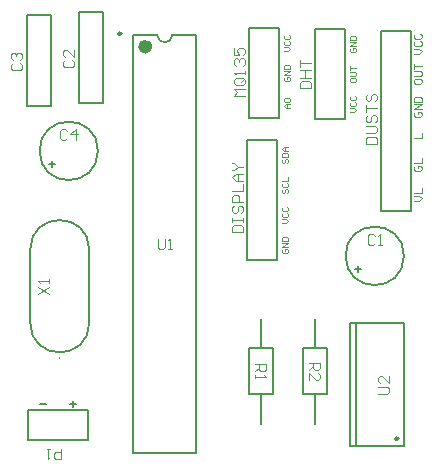
<source format=gbr>
G04*
G04 #@! TF.GenerationSoftware,Altium Limited,Altium Designer,22.4.2 (48)*
G04*
G04 Layer_Color=8388736*
%FSLAX25Y25*%
%MOIN*%
G70*
G04*
G04 #@! TF.SameCoordinates,58CDF047-041F-4824-80A0-4C5186096447*
G04*
G04*
G04 #@! TF.FilePolarity,Positive*
G04*
G01*
G75*
%ADD10C,0.00394*%
%ADD11C,0.00787*%
%ADD12C,0.00984*%
%ADD13C,0.02362*%
D10*
X123500Y378221D02*
G03*
X123500Y378614I0J197D01*
G01*
D02*
G03*
X123500Y378221I0J-197D01*
G01*
X116229Y399926D02*
X119771Y402287D01*
X116229D02*
X119771Y399926D01*
Y403468D02*
Y404649D01*
Y404059D01*
X116229D01*
X116819Y403468D01*
X181064Y420394D02*
X184606D01*
Y422165D01*
X184016Y422755D01*
X181655D01*
X181064Y422165D01*
Y420394D01*
Y423936D02*
Y425117D01*
Y424526D01*
X184606D01*
Y423936D01*
Y425117D01*
X181655Y429249D02*
X181064Y428659D01*
Y427478D01*
X181655Y426888D01*
X182245D01*
X182835Y427478D01*
Y428659D01*
X183426Y429249D01*
X184016D01*
X184606Y428659D01*
Y427478D01*
X184016Y426888D01*
X184606Y430430D02*
X181064D01*
Y432201D01*
X181655Y432791D01*
X182835D01*
X183426Y432201D01*
Y430430D01*
X181064Y433972D02*
X184606D01*
Y436333D01*
Y437514D02*
X182245D01*
X181064Y438695D01*
X182245Y439876D01*
X184606D01*
X182835D01*
Y437514D01*
X181064Y441056D02*
X181655D01*
X182835Y442237D01*
X181655Y443418D01*
X181064D01*
X182835Y442237D02*
X184606D01*
X197940Y414727D02*
X197607Y414393D01*
Y413727D01*
X197940Y413394D01*
X199273D01*
X199606Y413727D01*
Y414393D01*
X199273Y414727D01*
X198607D01*
Y414060D01*
X199606Y415393D02*
X197607D01*
X199606Y416726D01*
X197607D01*
Y417392D02*
X199606D01*
Y418392D01*
X199273Y418725D01*
X197940D01*
X197607Y418392D01*
Y417392D01*
Y423394D02*
X198940D01*
X199606Y424060D01*
X198940Y424727D01*
X197607D01*
X197940Y426726D02*
X197607Y426393D01*
Y425726D01*
X197940Y425393D01*
X199273D01*
X199606Y425726D01*
Y426393D01*
X199273Y426726D01*
X197940Y428725D02*
X197607Y428392D01*
Y427726D01*
X197940Y427392D01*
X199273D01*
X199606Y427726D01*
Y428392D01*
X199273Y428725D01*
X197940Y434727D02*
X197607Y434393D01*
Y433727D01*
X197940Y433394D01*
X198273D01*
X198607Y433727D01*
Y434393D01*
X198940Y434727D01*
X199273D01*
X199606Y434393D01*
Y433727D01*
X199273Y433394D01*
X197940Y436726D02*
X197607Y436393D01*
Y435726D01*
X197940Y435393D01*
X199273D01*
X199606Y435726D01*
Y436393D01*
X199273Y436726D01*
X197607Y437392D02*
X199606D01*
Y438725D01*
X197940Y444727D02*
X197607Y444393D01*
Y443727D01*
X197940Y443394D01*
X198273D01*
X198607Y443727D01*
Y444393D01*
X198940Y444727D01*
X199273D01*
X199606Y444393D01*
Y443727D01*
X199273Y443394D01*
X197607Y445393D02*
X199606D01*
Y446393D01*
X199273Y446726D01*
X197940D01*
X197607Y446393D01*
Y445393D01*
X199606Y447392D02*
X198273D01*
X197607Y448059D01*
X198273Y448725D01*
X199606D01*
X198607D01*
Y447392D01*
X229729Y366548D02*
X232681D01*
X233271Y367139D01*
Y368319D01*
X232681Y368910D01*
X229729D01*
X233271Y372452D02*
Y370090D01*
X230910Y372452D01*
X230319D01*
X229729Y371861D01*
Y370681D01*
X230319Y370090D01*
X123861Y348271D02*
Y344729D01*
X122090D01*
X121500Y345319D01*
Y346500D01*
X122090Y347090D01*
X123861D01*
X120319Y348271D02*
X119139D01*
X119729D01*
Y344729D01*
X120319Y345319D01*
X198107Y480894D02*
X199440D01*
X200106Y481560D01*
X199440Y482227D01*
X198107D01*
X198440Y484226D02*
X198107Y483893D01*
Y483226D01*
X198440Y482893D01*
X199773D01*
X200106Y483226D01*
Y483893D01*
X199773Y484226D01*
X198440Y486225D02*
X198107Y485892D01*
Y485226D01*
X198440Y484892D01*
X199773D01*
X200106Y485226D01*
Y485892D01*
X199773Y486225D01*
X198440Y472227D02*
X198107Y471893D01*
Y471227D01*
X198440Y470894D01*
X199773D01*
X200106Y471227D01*
Y471893D01*
X199773Y472227D01*
X199107D01*
Y471560D01*
X200106Y472893D02*
X198107D01*
X200106Y474226D01*
X198107D01*
Y474892D02*
X200106D01*
Y475892D01*
X199773Y476225D01*
X198440D01*
X198107Y475892D01*
Y474892D01*
X200106Y461894D02*
X198773D01*
X198107Y462560D01*
X198773Y463227D01*
X200106D01*
X199107D01*
Y461894D01*
X198440Y463893D02*
X198107Y464226D01*
Y464893D01*
X198440Y465226D01*
X199773D01*
X200106Y464893D01*
Y464226D01*
X199773Y463893D01*
X198440D01*
X185106Y465894D02*
X181564D01*
X182745Y467074D01*
X181564Y468255D01*
X185106D01*
X184516Y471797D02*
X182155D01*
X181564Y471207D01*
Y470026D01*
X182155Y469436D01*
X184516D01*
X185106Y470026D01*
Y471207D01*
X183926Y470617D02*
X185106Y471797D01*
Y471207D02*
X184516Y471797D01*
X185106Y472978D02*
Y474159D01*
Y473568D01*
X181564D01*
X182155Y472978D01*
Y475930D02*
X181564Y476520D01*
Y477701D01*
X182155Y478291D01*
X182745D01*
X183335Y477701D01*
Y477110D01*
Y477701D01*
X183926Y478291D01*
X184516D01*
X185106Y477701D01*
Y476520D01*
X184516Y475930D01*
X181564Y481833D02*
Y479472D01*
X183335D01*
X182745Y480653D01*
Y481243D01*
X183335Y481833D01*
X184516D01*
X185106Y481243D01*
Y480062D01*
X184516Y479472D01*
X241607Y430894D02*
X243273D01*
X244106Y431727D01*
X243273Y432560D01*
X241607D01*
Y433393D02*
X244106D01*
Y435059D01*
X242024Y442560D02*
X241607Y442143D01*
Y441310D01*
X242024Y440894D01*
X243690D01*
X244106Y441310D01*
Y442143D01*
X243690Y442560D01*
X242857D01*
Y441727D01*
X241607Y443393D02*
X244106D01*
Y445059D01*
X241607Y451894D02*
X244106D01*
Y453560D01*
X242024Y460560D02*
X241607Y460143D01*
Y459310D01*
X242024Y458894D01*
X243690D01*
X244106Y459310D01*
Y460143D01*
X243690Y460560D01*
X242857D01*
Y459727D01*
X244106Y461393D02*
X241607D01*
X244106Y463059D01*
X241607D01*
Y463892D02*
X244106D01*
Y465142D01*
X243690Y465558D01*
X242024D01*
X241607Y465142D01*
Y463892D01*
Y471143D02*
Y470310D01*
X242024Y469894D01*
X243690D01*
X244106Y470310D01*
Y471143D01*
X243690Y471560D01*
X242024D01*
X241607Y471143D01*
Y472393D02*
X243690D01*
X244106Y472809D01*
Y473642D01*
X243690Y474059D01*
X241607D01*
Y474892D02*
Y476558D01*
Y475725D01*
X244106D01*
X241607Y479894D02*
X243273D01*
X244106Y480727D01*
X243273Y481560D01*
X241607D01*
X242024Y484059D02*
X241607Y483642D01*
Y482809D01*
X242024Y482393D01*
X243690D01*
X244106Y482809D01*
Y483642D01*
X243690Y484059D01*
X242024Y486558D02*
X241607Y486142D01*
Y485309D01*
X242024Y484892D01*
X243690D01*
X244106Y485309D01*
Y486142D01*
X243690Y486558D01*
X225564Y449894D02*
X229106D01*
Y451665D01*
X228516Y452255D01*
X226154D01*
X225564Y451665D01*
Y449894D01*
Y453436D02*
X228516D01*
X229106Y454026D01*
Y455207D01*
X228516Y455797D01*
X225564D01*
X226154Y459339D02*
X225564Y458749D01*
Y457568D01*
X226154Y456978D01*
X226745D01*
X227335Y457568D01*
Y458749D01*
X227926Y459339D01*
X228516D01*
X229106Y458749D01*
Y457568D01*
X228516Y456978D01*
X225564Y460520D02*
Y462882D01*
Y461701D01*
X229106D01*
X226154Y466424D02*
X225564Y465833D01*
Y464653D01*
X226154Y464062D01*
X226745D01*
X227335Y464653D01*
Y465833D01*
X227926Y466424D01*
X228516D01*
X229106Y465833D01*
Y464653D01*
X228516Y464062D01*
X188729Y376361D02*
X192271D01*
Y374590D01*
X191681Y374000D01*
X190500D01*
X189910Y374590D01*
Y376361D01*
Y375181D02*
X188729Y374000D01*
Y372819D02*
Y371639D01*
Y372229D01*
X192271D01*
X191681Y372819D01*
X206729Y376952D02*
X210271D01*
Y375181D01*
X209681Y374590D01*
X208500D01*
X207910Y375181D01*
Y376952D01*
Y375771D02*
X206729Y374590D01*
Y371048D02*
Y373410D01*
X209090Y371048D01*
X209681D01*
X210271Y371639D01*
Y372819D01*
X209681Y373410D01*
X156139Y418271D02*
Y415319D01*
X156729Y414729D01*
X157910D01*
X158500Y415319D01*
Y418271D01*
X159681Y414729D02*
X160861D01*
X160271D01*
Y418271D01*
X159681Y417681D01*
X125319Y477725D02*
X124729Y477134D01*
Y475953D01*
X125319Y475363D01*
X127681D01*
X128271Y475953D01*
Y477134D01*
X127681Y477725D01*
X128271Y481267D02*
Y478905D01*
X125910Y481267D01*
X125319D01*
X124729Y480676D01*
Y479496D01*
X125319Y478905D01*
X107819Y476725D02*
X107229Y476134D01*
Y474954D01*
X107819Y474363D01*
X110181D01*
X110771Y474954D01*
Y476134D01*
X110181Y476725D01*
X107819Y477905D02*
X107229Y478496D01*
Y479676D01*
X107819Y480267D01*
X108410D01*
X109000Y479676D01*
Y479086D01*
Y479676D01*
X109590Y480267D01*
X110181D01*
X110771Y479676D01*
Y478496D01*
X110181Y477905D01*
X228500Y419181D02*
X227910Y419771D01*
X226729D01*
X226139Y419181D01*
Y416819D01*
X226729Y416229D01*
X227910D01*
X228500Y416819D01*
X229681Y416229D02*
X230861D01*
X230271D01*
Y419771D01*
X229681Y419181D01*
X125910Y454181D02*
X125319Y454771D01*
X124139D01*
X123548Y454181D01*
Y451819D01*
X124139Y451229D01*
X125319D01*
X125910Y451819D01*
X128861Y451229D02*
Y454771D01*
X127090Y453000D01*
X129452D01*
X203564Y468394D02*
X207106D01*
Y470165D01*
X206516Y470755D01*
X204154D01*
X203564Y470165D01*
Y468394D01*
Y471936D02*
X207106D01*
X205335D01*
Y474297D01*
X203564D01*
X207106D01*
X203564Y475478D02*
Y477839D01*
Y476659D01*
X207106D01*
X220107Y460394D02*
X221440D01*
X222106Y461060D01*
X221440Y461727D01*
X220107D01*
X220440Y463726D02*
X220107Y463393D01*
Y462726D01*
X220440Y462393D01*
X221773D01*
X222106Y462726D01*
Y463393D01*
X221773Y463726D01*
X220440Y465725D02*
X220107Y465392D01*
Y464726D01*
X220440Y464392D01*
X221773D01*
X222106Y464726D01*
Y465392D01*
X221773Y465725D01*
X220107Y471393D02*
Y470727D01*
X220440Y470394D01*
X221773D01*
X222106Y470727D01*
Y471393D01*
X221773Y471727D01*
X220440D01*
X220107Y471393D01*
Y472393D02*
X221773D01*
X222106Y472726D01*
Y473393D01*
X221773Y473726D01*
X220107D01*
Y474392D02*
Y475725D01*
Y475059D01*
X222106D01*
X220440Y481727D02*
X220107Y481393D01*
Y480727D01*
X220440Y480394D01*
X221773D01*
X222106Y480727D01*
Y481393D01*
X221773Y481727D01*
X221107D01*
Y481060D01*
X222106Y482393D02*
X220107D01*
X222106Y483726D01*
X220107D01*
Y484392D02*
X222106D01*
Y485392D01*
X221773Y485725D01*
X220440D01*
X220107Y485392D01*
Y484392D01*
D11*
X133343Y414598D02*
G03*
X113657Y414598I-9843J0D01*
G01*
Y390189D02*
G03*
X133343Y390189I9843J0D01*
G01*
X156000Y486185D02*
G03*
X161000Y486185I2500J0D01*
G01*
X238250Y412500D02*
G03*
X238250Y412500I-9750J0D01*
G01*
X136250Y447500D02*
G03*
X136250Y447500I-9750J0D01*
G01*
X113657Y390189D02*
Y414598D01*
X133343Y390189D02*
Y414598D01*
X186000Y451000D02*
X196000D01*
Y411000D02*
Y451000D01*
X186000Y411000D02*
Y451000D01*
X196000Y411000D02*
Y451000D01*
X186000Y411000D02*
X196000D01*
X186000D02*
Y451000D01*
Y411000D02*
X196000D01*
X222248Y349028D02*
Y389972D01*
X220280Y349028D02*
X238390D01*
Y349028D02*
Y389972D01*
X220280D02*
X238390D01*
X220280Y349028D02*
Y389972D01*
X117000Y363000D02*
X119000D01*
X127000D02*
X129000D01*
X128000Y362000D02*
Y364000D01*
X113000Y351000D02*
X133000D01*
X113000D02*
Y361000D01*
X133000D01*
Y351000D02*
Y361000D01*
X186500Y458500D02*
X196500D01*
X186500D02*
Y488500D01*
Y458500D02*
X196500D01*
X186500D02*
Y488500D01*
X196500D01*
Y458500D02*
Y488500D01*
X230500Y427500D02*
X240500D01*
Y487500D01*
X230500D02*
X240500D01*
X230500Y427500D02*
Y487500D01*
X194500Y366323D02*
Y381744D01*
X190500D02*
X194500D01*
X186500Y366323D02*
X194500D01*
X186500D02*
Y381744D01*
X190500D01*
Y356579D02*
Y366323D01*
Y381744D02*
Y391488D01*
X212500Y366323D02*
Y381744D01*
X208500D02*
X212500D01*
X204500Y366323D02*
X212500D01*
X204500D02*
Y381744D01*
X208500D01*
Y356579D02*
Y366323D01*
Y381744D02*
Y391488D01*
X148067Y346815D02*
X168933D01*
X161000Y486185D02*
X168933D01*
X148067D02*
X156000D01*
X168933Y346815D02*
Y486185D01*
X148067Y346815D02*
Y486185D01*
X130000Y463315D02*
Y493815D01*
Y463315D02*
X138000D01*
Y493815D01*
X130000D02*
X138000D01*
X112500Y462315D02*
Y492815D01*
Y462315D02*
X120500D01*
Y492815D01*
X112500D02*
X120500D01*
X222000Y408000D02*
X224000D01*
X223000Y407000D02*
Y409000D01*
X120000Y443000D02*
X122000D01*
X121000Y442000D02*
Y444000D01*
X218500Y458000D02*
Y488000D01*
X208500D02*
X218500D01*
X208500Y458000D02*
Y488000D01*
Y458000D02*
X218500D01*
X208500D02*
Y488000D01*
Y458000D02*
X218500D01*
D12*
X236323Y351587D02*
G03*
X236323Y351587I-492J0D01*
G01*
X143992Y486618D02*
G03*
X143992Y486618I-492J0D01*
G01*
D13*
X153185Y482248D02*
G03*
X153185Y482248I-1181J0D01*
G01*
M02*

</source>
